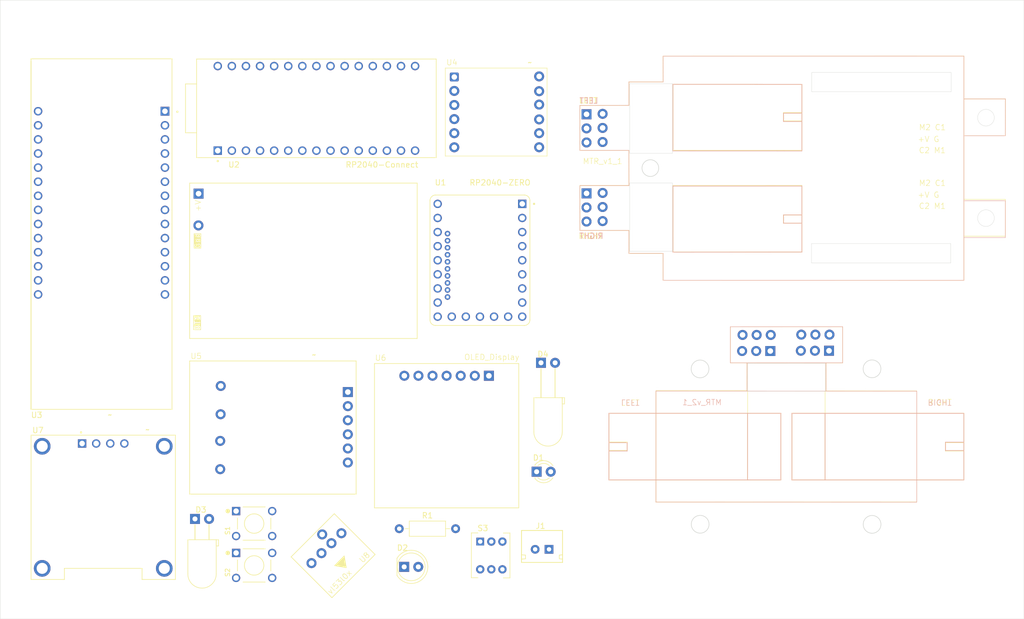
<source format=kicad_pcb>
(kicad_pcb (version 20241229) (generator "pcbnew") (generator_version "9.0")
  (layers (0 "F.Cu" signal) (2 "B.Cu" signal) (13 "F.Paste" user) (15 "B.Paste" user) (5 "F.SilkS" user "F.Silkscreen") (7 "B.SilkS" user "B.Silkscreen") (1 "F.Mask" user) (3 "B.Mask" user) (25 "Edge.Cuts" user))
  (net 0 "")
  (net 60 "Net-(U2-GND-Pad14)")
  (footprint "MicroMouse_2025_v2:Battery Li-Polymer 3.7V 950mAh" (layer "F.Cu") (at 99.6572 52.7244)
    (property "Reference" "BT1" (at 1.397 25.1714 90) (layer "F.SilkS" knockout))
    (property "Value" "Li-Polymer Battery 3.7V 950mAh" (hide yes))
    (fp_text user "Gnd" (at 2.0322 11.8578 90) (layer "F.SilkS" knockout) (effects (font (thickness 0.1)) (justify left bottom)))
    (fp_text user "+V" (at 2.1082 5.1816 90) (layer "F.SilkS") (effects (font (thickness 0.1)) (justify left bottom)))
    (pad "1" thru_hole rect (at 1.6 1.9) (size 1.8 1.8) (drill 1.016) (layers "*.Cu" "B.Mask"))
    (pad "2" thru_hole circle (at 1.5748 7.62) (size 1.8 1.8) (drill 1.016) (layers "*.Cu" "B.Mask"))
  )
  (footprint "MicroMouse_2025_v2:LED_5mm_IR_TX" (layer "F.Cu") (at 162.9926 83.9844)
    (property "Reference" "D4" (at 0.3302 -0.4318 0) (layer "F.SilkS"))
    (property "Value" "LED_IR_TX_5mm" (hide yes))
    (pad "1" thru_hole rect (at -0.0254 1.1176) (size 1.8 1.8) (drill 0.9) (layers "*.Cu" "B.Mask"))
    (pad "2" thru_hole circle (at 2.5146 1.1176) (size 1.8 1.8) (drill 0.9) (layers "*.Cu" "B.Mask"))
  )
  (footprint "MicroMouse_2025_v2:Display_OLED_096-636" (layer "F.Cu") (at 84.0672 109.5344)
    (property "Reference" "U7" (at -11.7602 -12.2682 0) (layer "F.SilkS"))
    (property "Value" "~" (at 8.001 -12.3952 0) (layer "F.SilkS"))
    (pad "" thru_hole circle (at -10.9894 -9.3872) (size 3 3) (drill 2) (layers "*.Cu" "*.Mask"))
    (pad "" thru_hole circle (at -10.9894 12.6128) (size 3 3) (drill 2) (layers "*.Cu" "*.Mask"))
    (pad "" thru_hole circle (at 11.0106 -9.3872) (size 3 3) (drill 2) (layers "*.Cu" "*.Mask"))
    (pad "" thru_hole circle (at 11.0106 12.6128) (size 3 3) (drill 2) (layers "*.Cu" "*.Mask"))
    (pad "1" thru_hole rect (at -3.7994 -9.8872) (size 1.508 1.508) (drill 1) (layers "*.Cu" "*.Mask"))
    (pad "2" thru_hole circle (at -1.2594 -9.8872) (size 1.508 1.508) (drill 1) (layers "*.Cu" "*.Mask"))
    (pad "3" thru_hole circle (at 1.2806 -9.8872) (size 1.508 1.508) (drill 1) (layers "*.Cu" "*.Mask"))
    (pad "4" thru_hole circle (at 3.8206 -9.8872) (size 1.508 1.508) (drill 1) (layers "*.Cu" "*.Mask"))
  )
  (footprint "MicroMouse_2025_v2:RP2040-Connect" (layer "F.Cu") (at 122.4972 39.2494)
    (property "Reference" "U2" (at -14.859 10.16 0) (layer "F.SilkS"))
    (property "Value" "RP2040-Connect" (at 11.811 10.16 0) (layer "F.SilkS"))
    (pad "" np_thru_hole circle (at -20.32 -7.62) (size 1.65 1.65) (drill 1.65) (layers "*.Cu" "*.Mask"))
    (pad "" np_thru_hole circle (at -20.32 7.62) (size 1.65 1.65) (drill 1.65) (layers "*.Cu" "*.Mask"))
    (pad "" np_thru_hole circle (at 20.32 -7.62) (size 1.65 1.65) (drill 1.65) (layers "*.Cu" "*.Mask"))
    (pad "" np_thru_hole circle (at 20.32 7.62) (size 1.65 1.65) (drill 1.65) (layers "*.Cu" "*.Mask"))
    (pad "1" thru_hole rect (at -17.78 7.62) (size 1.524 1.524) (drill 1.016) (layers "*.Cu" "B.Mask"))
    (pad "2" thru_hole circle (at -15.24 7.62) (size 1.524 1.524) (drill 1.016) (layers "*.Cu" "B.Mask"))
    (pad "3" thru_hole circle (at -12.7 7.62) (size 1.524 1.524) (drill 1.016) (layers "*.Cu" "B.Mask"))
    (pad "4" thru_hole circle (at -10.16 7.62) (size 1.524 1.524) (drill 1.016) (layers "*.Cu" "B.Mask"))
    (pad "5" thru_hole circle (at -7.62 7.62) (size 1.524 1.524) (drill 1.016) (layers "*.Cu" "B.Mask"))
    (pad "6" thru_hole circle (at -5.08 7.62) (size 1.524 1.524) (drill 1.016) (layers "*.Cu" "B.Mask"))
    (pad "7" thru_hole circle (at -2.54 7.62) (size 1.524 1.524) (drill 1.016) (layers "*.Cu" "B.Mask"))
    (pad "8" thru_hole circle (at 0 7.62) (size 1.524 1.524) (drill 1.016) (layers "*.Cu" "B.Mask"))
    (pad "9" thru_hole circle (at 2.54 7.62) (size 1.524 1.524) (drill 1.016) (layers "*.Cu" "B.Mask"))
    (pad "10" thru_hole circle (at 5.08 7.62) (size 1.524 1.524) (drill 1.016) (layers "*.Cu" "B.Mask"))
    (pad "11" thru_hole circle (at 7.62 7.62) (size 1.524 1.524) (drill 1.016) (layers "*.Cu" "B.Mask"))
    (pad "12" thru_hole circle (at 10.16 7.62) (size 1.524 1.524) (drill 1.016) (layers "*.Cu" "B.Mask"))
    (pad "13" thru_hole circle (at 12.7 7.62) (size 1.524 1.524) (drill 1.016) (layers "*.Cu" "B.Mask"))
    (pad "14" thru_hole circle (at 15.24 7.62) (size 1.524 1.524) (drill 1.016) (layers "*.Cu" "B.Mask") (net 60 "Net-(U2-GND-Pad14)"))
    (pad "15" thru_hole circle (at 17.78 7.62) (size 1.524 1.524) (drill 1.016) (layers "*.Cu" "B.Mask"))
    (pad "16" thru_hole circle (at 17.78 -7.62) (size 1.524 1.524) (drill 1.016) (layers "*.Cu" "B.Mask"))
    (pad "17" thru_hole circle (at 15.24 -7.62) (size 1.524 1.524) (drill 1.016) (layers "*.Cu" "B.Mask"))
    (pad "18" thru_hole circle (at 12.7 -7.62) (size 1.524 1.524) (drill 1.016) (layers "*.Cu" "B.Mask"))
    (pad "19" thru_hole circle (at 10.16 -7.62) (size 1.524 1.524) (drill 1.016) (layers "*.Cu" "B.Mask") (net 60 "Net-(U2-GND-Pad14)"))
    (pad "20" thru_hole circle (at 7.62 -7.62) (size 1.524 1.524) (drill 1.016) (layers "*.Cu" "B.Mask"))
    (pad "21" thru_hole circle (at 5.08 -7.62) (size 1.524 1.524) (drill 1.016) (layers "*.Cu" "B.Mask"))
    (pad "22" thru_hole circle (at 2.54 -7.62) (size 1.524 1.524) (drill 1.016) (layers "*.Cu" "B.Mask"))
    (pad "23" thru_hole circle (at 0 -7.62) (size 1.524 1.524) (drill 1.016) (layers "*.Cu" "B.Mask"))
    (pad "24" thru_hole circle (at -2.54 -7.62) (size 1.524 1.524) (drill 1.016) (layers "*.Cu" "B.Mask"))
    (pad "25" thru_hole circle (at -5.08 -7.62) (size 1.524 1.524) (drill 1.016) (layers "*.Cu" "B.Mask"))
    (pad "26" thru_hole circle (at -7.62 -7.62) (size 1.524 1.524) (drill 1.016) (layers "*.Cu" "B.Mask"))
    (pad "27" thru_hole circle (at -10.16 -7.62) (size 1.524 1.524) (drill 1.016) (layers "*.Cu" "B.Mask"))
    (pad "28" thru_hole circle (at -12.7 -7.62) (size 1.524 1.524) (drill 1.016) (layers "*.Cu" "B.Mask"))
    (pad "29" thru_hole circle (at -15.24 -7.62) (size 1.524 1.524) (drill 1.016) (layers "*.Cu" "B.Mask"))
    (pad "30" thru_hole circle (at -17.78 -7.62) (size 1.524 1.524) (drill 1.016) (layers "*.Cu" "B.Mask"))
  )
  (footprint "MicroMouse_2025_v2:LILYGO T-Display-S3 AMOLED" (layer "F.Cu") (at 83.7712 62.1184)
    (property "Reference" "U3" (at -11.684 32.4104 0) (layer "F.SilkS"))
    (property "Value" "~" (at 1.524 32.3596 0) (layer "F.SilkS"))
    (pad "1" thru_hole rect (at 11.43 -22.35) (size 1.6 1.6) (drill 1) (layers "*.Cu" "B.Mask"))
    (pad "2" thru_hole circle (at 11.43 -19.81) (size 1.53 1.53) (drill 1.02) (layers "*.Cu" "B.Mask"))
    (pad "3" thru_hole circle (at 11.43 -17.27) (size 1.53 1.53) (drill 1.02) (layers "*.Cu" "B.Mask"))
    (pad "4" thru_hole circle (at 11.43 -14.73) (size 1.53 1.53) (drill 1.02) (layers "*.Cu" "B.Mask"))
    (pad "5" thru_hole circle (at 11.43 -12.19) (size 1.53 1.53) (drill 1.02) (layers "*.Cu" "B.Mask"))
    (pad "6" thru_hole circle (at 11.43 -9.65) (size 1.53 1.53) (drill 1.02) (layers "*.Cu" "B.Mask"))
    (pad "7" thru_hole circle (at 11.43 -7.11) (size 1.53 1.53) (drill 1.02) (layers "*.Cu" "B.Mask"))
    (pad "8" thru_hole circle (at 11.43 -4.57) (size 1.53 1.53) (drill 1.02) (layers "*.Cu" "B.Mask"))
    (pad "9" thru_hole circle (at 11.43 -2.03) (size 1.53 1.53) (drill 1.02) (layers "*.Cu" "B.Mask"))
    (pad "10" thru_hole circle (at 11.43 0.51) (size 1.53 1.53) (drill 1.02) (layers "*.Cu" "B.Mask"))
    (pad "11" thru_hole circle (at 11.43 3.05) (size 1.53 1.53) (drill 1.02) (layers "*.Cu" "B.Mask"))
    (pad "12" thru_hole circle (at 11.43 5.59) (size 1.53 1.53) (drill 1.02) (layers "*.Cu" "B.Mask"))
    (pad "13" thru_hole circle (at 11.43 8.13) (size 1.53 1.53) (drill 1.02) (layers "*.Cu" "B.Mask"))
    (pad "14" thru_hole circle (at 11.43 10.67) (size 1.53 1.53) (drill 1.02) (layers "*.Cu" "B.Mask"))
    (pad "15" thru_hole circle (at -11.43 10.67) (size 1.53 1.53) (drill 1.02) (layers "*.Cu" "B.Mask"))
    (pad "16" thru_hole circle (at -11.43 8.13) (size 1.53 1.53) (drill 1.02) (layers "*.Cu" "B.Mask"))
    (pad "17" thru_hole circle (at -11.43 5.59) (size 1.53 1.53) (drill 1.02) (layers "*.Cu" "B.Mask"))
    (pad "18" thru_hole circle (at -11.43 3.05) (size 1.53 1.53) (drill 1.02) (layers "*.Cu" "B.Mask"))
    (pad "19" thru_hole circle (at -11.43 0.51) (size 1.53 1.53) (drill 1.02) (layers "*.Cu" "B.Mask"))
    (pad "20" thru_hole circle (at -11.43 -2.03) (size 1.53 1.53) (drill 1.02) (layers "*.Cu" "B.Mask"))
    (pad "21" thru_hole circle (at -11.43 -4.57) (size 1.53 1.53) (drill 1.02) (layers "*.Cu" "B.Mask"))
    (pad "22" thru_hole circle (at -11.43 -7.11) (size 1.53 1.53) (drill 1.02) (layers "*.Cu" "B.Mask"))
    (pad "23" thru_hole circle (at -11.43 -9.65) (size 1.53 1.53) (drill 1.02) (layers "*.Cu" "B.Mask"))
    (pad "24" thru_hole circle (at -11.43 -12.19) (size 1.53 1.53) (drill 1.02) (layers "*.Cu" "B.Mask"))
    (pad "25" thru_hole circle (at -11.43 -14.73) (size 1.53 1.53) (drill 1.02) (layers "*.Cu" "B.Mask"))
    (pad "26" thru_hole circle (at -11.43 -17.27) (size 1.53 1.53) (drill 1.02) (layers "*.Cu" "B.Mask"))
    (pad "27" thru_hole circle (at -11.43 -19.81) (size 1.53 1.53) (drill 1.02) (layers "*.Cu" "B.Mask"))
    (pad "28" thru_hole circle (at -11.43 -22.35) (size 1.53 1.53) (drill 1.02) (layers "*.Cu" "B.Mask"))
  )
  (footprint "MicroMouse_2025_v2:LED_5mm_Vertical" (layer "F.Cu") (at 138.31 120.76)
    (property "Reference" "D2" (at -0.3048 -2.3114 0) (layer "F.SilkS"))
    (property "Value" "LED_5mm_Vertical" (hide yes))
    (pad "1" thru_hole rect (at 0 1.1152) (size 1.8 1.8) (drill 0.9) (layers "*.Cu" "B.Mask"))
    (pad "2" thru_hole circle (at 2.54 1.1152) (size 1.8 1.8) (drill 0.9) (layers "*.Cu" "B.Mask"))
  )
  (footprint "MicroMouse_2025_v2:Button DPDT TPH Lock" (layer "F.Cu") (at 149.905 113.725)
    (property "Reference" "S3" (at 2.5814 1.1938 0) (layer "F.SilkS"))
    (property "Value" "DPDT" (hide yes))
    (pad "1" thru_hole rect (at 2.108 3.5986) (size 1.4 1.4) (drill 0.8) (layers "*.Cu" "B.Mask"))
    (pad "2" thru_hole circle (at 4.108 3.5986) (size 1.5 1.5) (drill 0.8) (layers "*.Cu" "B.Mask"))
    (pad "3" thru_hole circle (at 6.108 3.5986) (size 1.5 1.5) (drill 0.8) (layers "*.Cu" "B.Mask"))
    (pad "4" thru_hole circle (at 2.108 8.5986) (size 1.5 1.5) (drill 0.8) (layers "*.Cu" "B.Mask"))
    (pad "5" thru_hole circle (at 4.108 8.5986) (size 1.5 1.5) (drill 0.8) (layers "*.Cu" "B.Mask"))
    (pad "6" thru_hole circle (at 6.108 8.5986) (size 1.5 1.5) (drill 0.8) (layers "*.Cu" "B.Mask"))
  )
  (footprint "MicroMouse_2025_v2:DC_Motor-Encoder_v1" (layer "F.Cu") (at 211.75 49.75)
    (property "Reference" "MTR_v1_1" (at -37.68 -0.97 0) (layer "F.SilkS") (effects (font (thickness 0.1))))
    (property "Value" "~" (hide yes))
    (fp_line (start -32.770362 -2.4172) (end -32.77 -14.94) (stroke (width 0.05)) (layer "Edge.Cuts"))
    (fp_line (start -32.77 -14.94) (end -25.09 -14.94) (stroke (width 0.05)) (layer "Edge.Cuts"))
    (fp_line (start -25.09 -14.94) (end -25.09 -2.4172) (stroke (width 0.05)) (layer "Edge.Cuts"))
    (fp_line (start -25.09 -2.4172) (end -32.770362 -2.4172) (stroke (width 0.05)) (layer "Edge.Cuts"))
    (fp_rect (start -32.7956 2.95) (end -25.09 15.27) (stroke (width 0.05)) (fill no) (layer "Edge.Cuts"))
    (fp_rect (start -0.04 13.86) (end 25.07 17.36) (stroke (width 0.05)) (fill no) (layer "Edge.Cuts"))
    (fp_rect (start 0.01 -16.97) (end 25.12 -13.47) (stroke (width 0.05)) (fill no) (layer "Edge.Cuts"))
    (fp_circle (center -29.075 0.2678) (end -27.57 0.2828) (stroke (width 0.1)) (fill no) (layer "Edge.Cuts"))
    (fp_circle (center 31.4 -8.8172) (end 32.9 -8.8172) (stroke (width 0.05)) (fill no) (layer "Edge.Cuts"))
    (fp_circle (center 31.4 9.2828) (end 32.9 9.2828) (stroke (width 0.05)) (fill no) (layer "Edge.Cuts"))
    (fp_text user "LEFT" (at -42 -11.31 0) (layer "F.SilkS") (effects (justify left bottom)))
    (fp_text user "C2 M1" (at 19.26 -2.35 0) (layer "F.SilkS") (effects (font (thickness 0.1)) (justify left bottom)))
    (fp_text user "C2 M1" (at 19.26 7.69 0) (layer "F.SilkS") (effects (font (thickness 0.1)) (justify left bottom)))
    (fp_text user "M2 C1" (at 19.28 3.55 0) (layer "F.SilkS") (effects (font (thickness 0.1)) (justify left bottom)))
    (fp_text user "M2 C1" (at 19.28 -6.49 0) (layer "F.SilkS") (effects (font (thickness 0.1)) (justify left bottom)))
    (fp_text user "+V G" (at 19.05 -4.36 0) (layer "F.SilkS") (effects (font (thickness 0.1)) (justify left bottom)))
    (fp_text user "RIGHT" (at -42.06 13.1 0) (layer "F.SilkS") (effects (justify left bottom)))
    (fp_text user "+V G" (at 19.05 5.68 0) (layer "F.SilkS") (effects (font (thickness 0.1)) (justify left bottom)))
    (fp_text user "RIGHT" (at -37.469 13.0894 0) (layer "B.SilkS") (effects (justify left bottom mirror)))
    (fp_text user "LEFT" (at -38.4 -11.28 0) (layer "B.SilkS") (effects (justify left bottom mirror)))
    (pad "1" thru_hole circle (at -37.679 -4.4314 270) (size 1.8 1.8) (drill 1.016) (layers "*.Cu" "F.Mask"))
    (pad "2" thru_hole circle (at -37.679 -6.9714 270) (size 1.8 1.8) (drill 1.016) (layers "*.Cu" "F.Mask"))
    (pad "3" thru_hole circle (at -37.679 -9.5114 270) (size 1.8 1.8) (drill 1.016) (layers "*.Cu" "F.Mask"))
    (pad "4" thru_hole circle (at -40.579 -4.3514 270) (size 1.8 1.8) (drill 1.016) (layers "*.Cu" "F.Mask"))
    (pad "5" thru_hole circle (at -40.579 -6.8914 270) (size 1.8 1.8) (drill 1.016) (layers "*.Cu" "F.Mask"))
    (pad "6" thru_hole rect (at -40.579 -9.4314 270) (size 1.8 1.8) (drill 1.016) (layers "*.Cu" "F.Mask"))
    (pad "7" thru_hole circle (at -37.6768 9.8212 270) (size 1.8 1.8) (drill 1.016) (layers "*.Cu" "F.Mask"))
    (pad "8" thru_hole circle (at -37.6768 7.2812 270) (size 1.8 1.8) (drill 1.016) (layers "*.Cu" "F.Mask"))
    (pad "9" thru_hole circle (at -37.6768 4.7412 270) (size 1.8 1.8) (drill 1.016) (layers "*.Cu" "F.Mask"))
    (pad "10" thru_hole circle (at -40.5768 9.9012 270) (size 1.8 1.8) (drill 1.016) (layers "*.Cu" "F.Mask"))
    (pad "11" thru_hole circle (at -40.5768 7.3612 270) (size 1.8 1.8) (drill 1.016) (layers "*.Cu" "F.Mask"))
    (pad "12" thru_hole rect (at -40.5768 4.8212 270) (size 1.8 1.8) (drill 1.016) (layers "*.Cu" "F.Mask"))
  )
  (footprint "MicroMouse_2025_v2:H_Bridge_DRV8833" (layer "F.Cu") (at 154.7344 38.3948)
    (property "Reference" "U4" (at -7.8232 -7.4168 0) (layer "F.SilkS") (effects (font (thickness 0.1))))
    (property "Value" "~" (at 6.223 -7.4168 0) (layer "F.SilkS"))
    (pad "1" thru_hole roundrect (at -7.3914 -4.796) (size 1.6 1.6) (drill 1) (layers "*.Cu" "B.Mask") (roundrect_rratio 0.15))
    (pad "2" thru_hole circle (at -7.3914 -2.286) (size 1.8 1.8) (drill 1) (layers "*.Cu" "B.Mask"))
    (pad "3" thru_hole circle (at -7.3914 0.254) (size 1.8 1.8) (drill 1) (layers "*.Cu" "B.Mask"))
    (pad "4" thru_hole circle (at -7.3914 2.794) (size 1.8 1.8) (drill 1) (layers "*.Cu" "B.Mask"))
    (pad "5" thru_hole circle (at -7.3914 5.334) (size 1.8 1.8) (drill 1) (layers "*.Cu" "B.Mask"))
    (pad "6" thru_hole circle (at -7.3914 7.874) (size 1.8 1.8) (drill 1) (layers "*.Cu" "B.Mask"))
    (pad "7" thru_hole circle (at 7.8994 7.8678) (size 1.8 1.8) (drill 1) (layers "*.Cu" "B.Mask"))
    (pad "8" thru_hole circle (at 7.8994 5.3278) (size 1.8 1.8) (drill 1) (layers "*.Cu" "B.Mask"))
    (pad "9" thru_hole circle (at 7.8994 2.8448) (size 1.8 1.8) (drill 1) (layers "*.Cu" "B.Mask"))
    (pad "10" thru_hole circle (at 7.8994 0.1778) (size 1.8 1.8) (drill 1) (layers "*.Cu" "B.Mask"))
    (pad "11" thru_hole circle (at 7.8994 -2.2352) (size 1.8 1.8) (drill 1) (layers "*.Cu" "B.Mask"))
    (pad "12" thru_hole circle (at 7.8994 -4.9022) (size 1.8 1.8) (drill 1) (layers "*.Cu" "B.Mask"))
  )
  (footprint "MicroMouse_2025_v2:LED_5mm_IR_RX" (layer "F.Cu") (at 100.5622 112.0436)
    (property "Reference" "D3" (at 1.1176 -0.4572 0) (layer "F.SilkS"))
    (property "Value" "LED_IR_RX_5mm" (hide yes))
    (pad "1" thru_hole rect (at 0.0508 1.1938) (size 1.8 1.8) (drill 0.9) (layers "*.Cu" "B.Mask"))
    (pad "2" thru_hole circle (at 2.5908 1.1938) (size 1.8 1.8) (drill 0.9) (layers "*.Cu" "B.Mask"))
  )
  (footprint "MicroMouse_2025_v2:Connector_JST_XH_2" (layer "F.Cu") (at 159.175 113.725)
    (property "Reference" "J1" (at 3.7084 0.7874 0) (layer "F.SilkS"))
    (property "Value" "JST_HX-2" (hide yes))
    (pad "1" thru_hole rect (at 5.2378 4.9906) (size 1.575 1.575) (drill 0.8) (layers "*.Cu" "B.Mask"))
    (pad "2" thru_hole circle (at 2.7378 4.9906) (size 1.575 1.575) (drill 0.8) (layers "*.Cu" "B.Mask"))
  )
  (footprint "MicroMouse_2025_v2:R_Axial" (layer "F.Cu") (at 137.42 115)
    (property "Reference" "R1" (at 5.08 -2.37 0) (layer "F.SilkS"))
    (property "Value" "R" (hide yes))
    (pad "1" thru_hole circle (at 0 0) (size 1.6 1.6) (drill 0.8) (layers "*.Cu" "*.Mask"))
    (pad "2" thru_hole oval (at 10.16 0) (size 1.6 1.6) (drill 0.8) (layers "*.Cu" "*.Mask"))
  )
  (footprint "MicroMouse_2025_v2:vl53l0x LiDAR" (layer "F.Cu") (at 125.712132 110.882244 -45)
    (property "Reference" "U8" (at 10.4394 2.7178 45) (layer "F.SilkS") (effects (font (thickness 0.1))))
    (property "Value" "~" (hide yes))
    (fp_text user "vl53l0x" (at 10.9728 11.8364 45) (layer "F.SilkS") (effects (font (thickness 0.1)) (justify left bottom)))
    (pad "1" thru_hole circle (at 4.4 10.2 315) (size 1.8 1.8) (drill 1.016) (layers "*.Cu" "B.Mask"))
    (pad "2" thru_hole circle (at 4.4 7.66 315) (size 1.8 1.8) (drill 1.016) (layers "*.Cu" "B.Mask"))
    (pad "3" thru_hole circle (at 4.4 5.12 315) (size 1.8 1.8) (drill 1.016) (layers "*.Cu" "B.Mask"))
    (pad "4" thru_hole circle (at 4.4 2.58 315) (size 1.8 1.8) (drill 1.016) (layers "*.Cu" "B.Mask"))
    (pad "5" thru_hole circle (at 2.1 5.18 315) (size 1.8 1.8) (drill 1.016) (layers "*.Cu" "B.Mask"))
  )
  (footprint "MicroMouse_2025_v2:Button Tactile Push Switch 6x6x5mm" (layer "F.Cu") (at 111.2722 114.0744)
    (property "Reference" "S1" (at -4.7752 1.27 90) (layer "F.SilkS") (effects (font (size 0.801197 0.801197))))
    (property "Value" "6x6x5mm Tactile Push Button Switch" (hide yes))
    (pad "1" thru_hole rect (at -3.25 -2.25) (size 1.498 1.498) (drill 0.99) (layers "*.Cu" "B.Mask"))
    (pad "2" thru_hole circle (at -3.25 2.25) (size 1.498 1.498) (drill 0.99) (layers "*.Cu" "B.Mask"))
    (pad "3" thru_hole circle (at 3.25 -2.25) (size 1.498 1.498) (drill 0.99) (layers "*.Cu" "B.Mask"))
    (pad "4" thru_hole circle (at 3.25 2.25) (size 1.498 1.498) (drill 0.99) (layers "*.Cu" "B.Mask"))
  )
  (footprint "MicroMouse_2025_v2:DC_Motor-Encoder_v2" (layer "F.Cu") (at 207.25 100.5)
    (property "Reference" "MTR_v2_1" (at -15.28 -8.27 0) (layer "B.SilkS") (effects (font (thickness 0.1)) (justify mirror)))
    (property "Value" "~" (hide yes))
    (fp_rect (start -7.05 -15.28) (end 6.95 -10.28) (stroke (width 0.05)) (fill no) (layer "Edge.Cuts"))
    (fp_circle (center -15.62 -14.290031) (end -14.02 -14.280031) (stroke (width 0.1)) (fill no) (layer "Edge.Cuts"))
    (fp_circle (center -15.6 13.699969) (end -17.2 13.689969) (stroke (width 0.1)) (fill no) (layer "Edge.Cuts"))
    (fp_circle (center 15.370031 -14.31) (end 16.970031 -14.3) (stroke (width 0.1)) (fill no) (layer "Edge.Cuts"))
    (fp_circle (center 15.379969 13.72) (end 13.779969 13.71) (stroke (width 0.1)) (fill no) (layer "Edge.Cuts"))
    (fp_text user "RIGHT" (at 25.37 -7.7 0) (layer "F.SilkS") (effects (font (thickness 0.1)) (justify left bottom)))
    (fp_text user "LEFT" (at -29.93 -7.59 0) (layer "F.SilkS") (effects (font (thickness 0.1)) (justify left bottom)))
    (fp_text user "RIGHT" (at 25.36 -8.85 180) (layer "B.SilkS") (effects (font (thickness 0.1)) (justify left bottom mirror)))
    (fp_text user "LEFT" (at -29.93 -8.85 180) (layer "B.SilkS") (effects (font (thickness 0.1)) (justify left bottom mirror)))
    (pad "1" thru_hole circle (at -7.96 -20.42 180) (size 1.8 1.8) (drill 1.016) (layers "*.Cu" "F.Mask"))
    (pad "2" thru_hole circle (at -5.42 -20.42 180) (size 1.8 1.8) (drill 1.016) (layers "*.Cu" "F.Mask"))
    (pad "3" thru_hole circle (at -2.88 -20.42 180) (size 1.8 1.8) (drill 1.016) (layers "*.Cu" "F.Mask"))
    (pad "4" thru_hole circle (at -8.04 -17.52 180) (size 1.8 1.8) (drill 1.016) (layers "*.Cu" "F.Mask"))
    (pad "5" thru_hole circle (at -5.5 -17.52 180) (size 1.8 1.8) (drill 1.016) (layers "*.Cu" "F.Mask"))
    (pad "6" thru_hole rect (at -2.96 -17.52 180) (size 1.8 1.8) (drill 1.016) (layers "*.Cu" "F.Mask"))
    (pad "7" thru_hole circle (at 2.62 -20.47 180) (size 1.8 1.8) (drill 1.016) (layers "*.Cu" "F.Mask"))
    (pad "8" thru_hole circle (at 5.16 -20.47 180) (size 1.8 1.8) (drill 1.016) (layers "*.Cu" "F.Mask"))
    (pad "9" thru_hole circle (at 7.7 -20.47 180) (size 1.8 1.8) (drill 1.016) (layers "*.Cu" "F.Mask"))
    (pad "10" thru_hole circle (at 2.54 -17.57 180) (size 1.8 1.8) (drill 1.016) (layers "*.Cu" "F.Mask"))
    (pad "11" thru_hole circle (at 5.08 -17.57 180) (size 1.8 1.8) (drill 1.016) (layers "*.Cu" "F.Mask"))
    (pad "12" thru_hole rect (at 7.62 -17.57 180) (size 1.8 1.8) (drill 1.016) (layers "*.Cu" "F.Mask"))
  )
  (footprint "MicroMouse_2025_v2:RP2040-ZERO" (layer "F.Cu") (at 150.6066 64.4244)
    (property "Reference" "U1" (at -5.7532 -11.7958 0) (layer "F.SilkS"))
    (property "Value" "RP2040-ZERO" (at 4.9784 -11.7856 0) (layer "F.SilkS"))
    (pad "1" thru_hole rect (at 8.9788 -7.9604) (size 1.508 1.508) (drill 1) (layers "*.Cu" "B.Mask"))
    (pad "2" thru_hole circle (at 8.9788 -5.4204) (size 1.508 1.508) (drill 1) (layers "*.Cu" "B.Mask"))
    (pad "3" thru_hole circle (at 8.9788 -2.8804) (size 1.508 1.508) (drill 1) (layers "*.Cu" "B.Mask"))
    (pad "4" thru_hole circle (at 8.9788 -0.3404) (size 1.508 1.508) (drill 1) (layers "*.Cu" "B.Mask"))
    (pad "5" thru_hole circle (at 8.9788 2.1996) (size 1.508 1.508) (drill 1) (layers "*.Cu" "B.Mask"))
    (pad "6" thru_hole circle (at 8.9788 4.7396) (size 1.508 1.508) (drill 1) (layers "*.Cu" "B.Mask"))
    (pad "7" thru_hole circle (at 8.9788 7.2796) (size 1.508 1.508) (drill 1) (layers "*.Cu" "B.Mask"))
    (pad "8" thru_hole circle (at 8.9788 9.8196) (size 1.508 1.508) (drill 1) (layers "*.Cu" "B.Mask"))
    (pad "9" thru_hole circle (at 8.9788 12.3596) (size 1.508 1.508) (drill 1) (layers "*.Cu" "B.Mask"))
    (pad "10" thru_hole circle (at 6.4388 12.3596) (size 1.508 1.508) (drill 1) (layers "*.Cu" "B.Mask"))
    (pad "11" thru_hole circle (at 3.8988 12.3596) (size 1.508 1.508) (drill 1) (layers "*.Cu" "B.Mask"))
    (pad "12" thru_hole circle (at 1.3588 12.3596) (size 1.508 1.508) (drill 1) (layers "*.Cu" "B.Mask"))
    (pad "13" thru_hole circle (at -1.1812 12.3596) (size 1.508 1.508) (drill 1) (layers "*.Cu" "B.Mask"))
    (pad "14" thru_hole circle (at -3.7212 12.3596) (size 1.508 1.508) (drill 1) (layers "*.Cu" "B.Mask"))
    (pad "15" thru_hole circle (at -6.2612 12.3596) (size 1.508 1.508) (drill 1) (layers "*.Cu" "B.Mask"))
    (pad "16" thru_hole circle (at -6.2612 9.8196) (size 1.508 1.508) (drill 1) (layers "*.Cu" "B.Mask"))
    (pad "17" thru_hole circle (at -6.2612 7.2796) (size 1.508 1.508) (drill 1) (layers "*.Cu" "B.Mask"))
    (pad "18" thru_hole circle (at -6.2612 4.7396) (size 1.508 1.508) (drill 1) (layers "*.Cu" "B.Mask"))
    (pad "19" thru_hole circle (at -6.2612 2.1996) (size 1.508 1.508) (drill 1) (layers "*.Cu" "B.Mask"))
    (pad "20" thru_hole circle (at -6.2612 -0.3404) (size 1.508 1.508) (drill 1) (layers "*.Cu" "B.Mask"))
    (pad "21" thru_hole circle (at -6.2612 -2.8804) (size 1.508 1.508) (drill 1) (layers "*.Cu" "B.Mask"))
    (pad "22" thru_hole circle (at -6.2612 -5.4204) (size 1.508 1.508) (drill 1) (layers "*.Cu" "B.Mask"))
    (pad "23" thru_hole circle (at -6.2612 -7.9604) (size 1.508 1.508) (drill 1) (layers "*.Cu" "B.Mask"))
    (pad "24" thru_hole circle (at -4.4832 8.829) (size 1 1) (drill 0.5) (layers "*.Cu" "*.Mask"))
    (pad "25" thru_hole circle (at -4.4832 7.559) (size 1 1) (drill 0.5) (layers "*.Cu" "*.Mask"))
    (pad "26" thru_hole circle (at -4.4832 6.289) (size 1 1) (drill 0.5) (layers "*.Cu" "*.Mask"))
    (pad "27" thru_hole circle (at -4.4832 5.019) (size 1 1) (drill 0.5) (layers "*.Cu" "*.Mask"))
    (pad "28" thru_hole circle (at -4.4832 3.749) (size 1 1) (drill 0.5) (layers "*.Cu" "*.Mask"))
    (pad "29" thru_hole circle (at -4.4832 2.479) (size 1 1) (drill 0.5) (layers "*.Cu" "*.Mask"))
    (pad "30" thru_hole circle (at -4.4832 1.209) (size 1 1) (drill 0.5) (layers "*.Cu" "*.Mask"))
    (pad "31" thru_hole circle (at -4.4832 -0.061) (size 1 1) (drill 0.5) (layers "*.Cu" "*.Mask"))
    (pad "32" thru_hole circle (at -4.4832 -1.331) (size 1 1) (drill 0.5) (layers "*.Cu" "*.Mask"))
    (pad "33" thru_hole circle (at -4.4832 -2.601) (size 1 1) (drill 0.5) (layers "*.Cu" "*.Mask"))
  )
  (footprint "MicroMouse_2025_v2:Button Tactile Push Switch 6x6x5mm" (layer "F.Cu") (at 111.2722 121.6194)
    (property "Reference" "S2" (at -4.7752 1.27 90) (layer "F.SilkS") (effects (font (size 0.801197 0.801197))))
    (property "Value" "6x6x5mm Tactile Push Button Switch" (hide yes))
    (pad "1" thru_hole rect (at -3.25 -2.25) (size 1.498 1.498) (drill 0.99) (layers "*.Cu" "B.Mask"))
    (pad "2" thru_hole circle (at -3.25 2.25) (size 1.498 1.498) (drill 0.99) (layers "*.Cu" "B.Mask"))
    (pad "3" thru_hole circle (at 3.25 -2.25) (size 1.498 1.498) (drill 0.99) (layers "*.Cu" "B.Mask"))
    (pad "4" thru_hole circle (at 3.25 2.25) (size 1.498 1.498) (drill 0.99) (layers "*.Cu" "B.Mask"))
  )
  (footprint "MicroMouse_2025_v2:H_Bridge_L9110S" (layer "F.Cu") (at 115.851 96.4832)
    (property "Reference" "U5" (at -15.0348 -12.5794 0) (layer "F.SilkS") (effects (font (thickness 0.1))))
    (property "Value" "~" (at 6.223 -12.827 0) (layer "F.SilkS"))
    (pad "1" thru_hole rect (at 12.3062 -6.1064) (size 1.8 1.8) (drill 1.016) (layers "*.Cu" "B.Mask"))
    (pad "2" thru_hole circle (at 12.3062 -3.5664) (size 1.8 1.8) (drill 1.016) (layers "*.Cu" "B.Mask"))
    (pad "3" thru_hole circle (at 12.3062 -1.0264) (size 1.8 1.8) (drill 1.016) (layers "*.Cu" "B.Mask"))
    (pad "4" thru_hole circle (at 12.3062 1.5136) (size 1.8 1.8) (drill 1.016) (layers "*.Cu" "B.Mask"))
    (pad "5" thru_hole circle (at 12.3062 4.0536) (size 1.8 1.8) (drill 1.016) (layers "*.Cu" "B.Mask"))
    (pad "6" thru_hole circle (at 12.3062 6.5936) (size 1.8 1.8) (drill 1.016) (layers "*.Cu" "B.Mask"))
    (pad "7" thru_hole circle (at -10.5938 -7.2064) (size 1.8 1.8) (drill 1.016) (layers "*.Cu" "B.Mask"))
    (pad "8" thru_hole circle (at -10.6188 -2.1064) (size 1.8 1.8) (drill 1.016) (layers "*.Cu" "B.Mask"))
    (pad "9" thru_hole circle (at -10.6938 2.6936) (size 1.8 1.8) (drill 1.016) (layers "*.Cu" "B.Mask"))
    (pad "10" thru_hole circle (at -10.6938 7.7936) (size 1.8 1.8) (drill 1.016) (layers "*.Cu" "B.Mask"))
  )
  (footprint "MicroMouse_2025_v2:Display_OLED_0.96Inch_SPI_I2C" (layer "F.Cu") (at 131.9322 82.9994)
    (property "Reference" "U6" (at 2.1336 1.2192 0) (layer "F.SilkS") (effects (font (thickness 0.1))))
    (property "Value" "~" (hide yes))
    (fp_text user "OLED_Display" (at 17.145 1.6764 0) (layer "F.SilkS") (effects (font (thickness 0.1)) (justify left bottom)))
    (pad "1" thru_hole rect (at 21.6456 4.44 270) (size 1.8 1.8) (drill 1.016) (layers "*.Cu" "B.Mask"))
    (pad "2" thru_hole circle (at 19.1056 4.44 270) (size 1.8 1.8) (drill 1.016) (layers "*.Cu" "B.Mask"))
    (pad "3" thru_hole circle (at 16.5656 4.44 270) (size 1.8 1.8) (drill 1.016) (layers "*.Cu" "B.Mask"))
    (pad "4" thru_hole circle (at 14.0256 4.44 270) (size 1.8 1.8) (drill 1.016) (layers "*.Cu" "B.Mask"))
    (pad "5" thru_hole circle (at 11.4856 4.44 270) (size 1.8 1.8) (drill 1.016) (layers "*.Cu" "B.Mask"))
    (pad "6" thru_hole circle (at 8.9456 4.44 270) (size 1.8 1.8) (drill 1.016) (layers "*.Cu" "B.Mask"))
    (pad "7" thru_hole circle (at 6.4056 4.44 270) (size 1.8 1.8) (drill 1.016) (layers "*.Cu" "B.Mask"))
  )
  (footprint "MicroMouse_2025_v2:LED_3mm_Vertical" (layer "F.Cu") (at 163.4726 104.4524)
    (property "Reference" "D1" (at -0.965236 -2.2366 0) (layer "F.SilkS"))
    (property "Value" "LED_3mm_Vertical" (hide yes))
    (pad "1" thru_hole rect (at -1.2954 0.2794) (size 1.8 1.8) (drill 0.9) (layers "*.Cu" "B.Mask"))
    (pad "2" thru_hole circle (at 1.2446 0.2794) (size 1.8 1.8) (drill 0.9) (layers "*.Cu" "B.Mask"))
  )
  (gr_rect (start 65.5 19.75) (end 250 131.25) (stroke (width 0.05)) (fill no) (layer "Edge.Cuts"))
)
</source>
